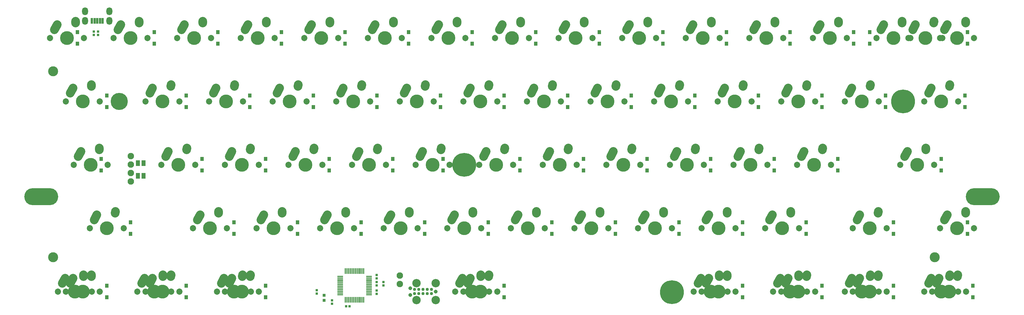
<source format=gbs>
G04 #@! TF.FileFunction,Soldermask,Bot*
%FSLAX46Y46*%
G04 Gerber Fmt 4.6, Leading zero omitted, Abs format (unit mm)*
G04 Created by KiCad (PCBNEW (2015-07-17 BZR 5958)-product) date 8/7/2015 2:15:52 AM*
%MOMM*%
G01*
G04 APERTURE LIST*
%ADD10C,0.150000*%
%ADD11C,3.000000*%
%ADD12R,0.802400X0.752400*%
%ADD13R,0.752400X0.802400*%
%ADD14R,0.949960X0.949960*%
%ADD15C,7.152640*%
%ADD16C,5.153660*%
%ADD17O,10.152380X5.153660*%
%ADD18C,0.939800*%
%ADD19C,1.143010*%
%ADD20C,2.527310*%
%ADD21C,4.140210*%
%ADD22C,1.854210*%
%ADD23C,2.652400*%
%ADD24R,1.252400X1.752400*%
%ADD25R,1.651000X0.401320*%
%ADD26R,0.401320X1.651000*%
%ADD27C,1.952400*%
%ADD28R,0.652400X1.752400*%
%ADD29O,1.802400X2.352400*%
%ADD30R,1.003300X1.153160*%
G04 APERTURE END LIST*
D10*
D11*
X67310000Y-139700000D03*
X331470000Y-139700000D03*
D12*
X164211000Y-148201000D03*
X164211000Y-147201000D03*
X166243000Y-148201000D03*
X166243000Y-147201000D03*
X164211000Y-145042000D03*
X164211000Y-146042000D03*
X164211000Y-149741000D03*
X164211000Y-150741000D03*
D13*
X156093000Y-154421000D03*
X155093000Y-154421000D03*
D12*
X146304000Y-149614000D03*
X146304000Y-150614000D03*
D14*
X148463000Y-151142700D03*
X148463000Y-152641300D03*
D15*
X190504000Y-111921000D03*
X252689000Y-150221000D03*
X321940000Y-92920800D03*
D16*
X87109300Y-92920800D03*
D17*
X63748900Y-121521000D03*
X345831000Y-121521000D03*
D18*
X178103000Y-149384000D03*
X178103000Y-150654000D03*
X176833000Y-149384000D03*
X176833000Y-150654000D03*
X175563000Y-150654000D03*
X175563000Y-149384000D03*
X179373000Y-149384000D03*
X179373000Y-150654000D03*
X180643000Y-149384000D03*
X180643000Y-150654000D03*
D19*
X181913000Y-150019000D03*
X174293000Y-149003000D03*
X174293000Y-151035000D03*
D20*
X181913000Y-147479000D03*
X176198000Y-147479000D03*
X181913000Y-152559000D03*
X176198000Y-152559000D03*
D12*
X79502000Y-71890000D03*
X79502000Y-72890000D03*
X80772000Y-71890000D03*
X80772000Y-72890000D03*
X150876000Y-152662000D03*
X150876000Y-153662000D03*
D21*
X71437500Y-73818800D03*
D22*
X66357500Y-73818800D03*
X76517500Y-73818800D03*
D23*
X68437953Y-69818846D02*
X67627047Y-71278754D01*
X73977224Y-68739472D02*
X73937776Y-69318128D01*
D21*
X90487500Y-73818800D03*
D22*
X85407500Y-73818800D03*
X95567500Y-73818800D03*
D23*
X87487953Y-69818846D02*
X86677047Y-71278754D01*
X93027224Y-68739472D02*
X92987776Y-69318128D01*
D21*
X109538000Y-73820000D03*
D22*
X104458000Y-73820000D03*
X114618000Y-73820000D03*
D23*
X106538453Y-69820046D02*
X105727547Y-71279954D01*
X112077724Y-68740672D02*
X112038276Y-69319328D01*
D21*
X128588000Y-73820000D03*
D22*
X123508000Y-73820000D03*
X133668000Y-73820000D03*
D23*
X125588453Y-69820046D02*
X124777547Y-71279954D01*
X131127724Y-68740672D02*
X131088276Y-69319328D01*
D21*
X147638000Y-73820000D03*
D22*
X142558000Y-73820000D03*
X152718000Y-73820000D03*
D23*
X144638453Y-69820046D02*
X143827547Y-71279954D01*
X150177724Y-68740672D02*
X150138276Y-69319328D01*
D21*
X166688000Y-73820000D03*
D22*
X161608000Y-73820000D03*
X171768000Y-73820000D03*
D23*
X163688453Y-69820046D02*
X162877547Y-71279954D01*
X169227724Y-68740672D02*
X169188276Y-69319328D01*
D21*
X185738000Y-73820000D03*
D22*
X180658000Y-73820000D03*
X190818000Y-73820000D03*
D23*
X182738453Y-69820046D02*
X181927547Y-71279954D01*
X188277724Y-68740672D02*
X188238276Y-69319328D01*
D21*
X204788000Y-73820000D03*
D22*
X199708000Y-73820000D03*
X209868000Y-73820000D03*
D23*
X201788453Y-69820046D02*
X200977547Y-71279954D01*
X207327724Y-68740672D02*
X207288276Y-69319328D01*
D21*
X223838000Y-73820000D03*
D22*
X218758000Y-73820000D03*
X228918000Y-73820000D03*
D23*
X220838453Y-69820046D02*
X220027547Y-71279954D01*
X226377724Y-68740672D02*
X226338276Y-69319328D01*
D21*
X242888000Y-73820000D03*
D22*
X237808000Y-73820000D03*
X247968000Y-73820000D03*
D23*
X239888453Y-69820046D02*
X239077547Y-71279954D01*
X245427724Y-68740672D02*
X245388276Y-69319328D01*
D21*
X261938000Y-73820000D03*
D22*
X256858000Y-73820000D03*
X267018000Y-73820000D03*
D23*
X258938453Y-69820046D02*
X258127547Y-71279954D01*
X264477724Y-68740672D02*
X264438276Y-69319328D01*
D21*
X280988000Y-73820000D03*
D22*
X275908000Y-73820000D03*
X286068000Y-73820000D03*
D23*
X277988453Y-69820046D02*
X277177547Y-71279954D01*
X283527724Y-68740672D02*
X283488276Y-69319328D01*
D21*
X300038000Y-73820000D03*
D22*
X294958000Y-73820000D03*
X305118000Y-73820000D03*
D23*
X297038453Y-69820046D02*
X296227547Y-71279954D01*
X302577724Y-68740672D02*
X302538276Y-69319328D01*
D21*
X319088000Y-73820000D03*
D22*
X314008000Y-73820000D03*
X324168000Y-73820000D03*
D23*
X316088453Y-69820046D02*
X315277547Y-71279954D01*
X321627724Y-68740672D02*
X321588276Y-69319328D01*
D21*
X338138000Y-73820000D03*
D22*
X333058000Y-73820000D03*
X343218000Y-73820000D03*
D23*
X335138453Y-69820046D02*
X334327547Y-71279954D01*
X340677724Y-68740672D02*
X340638276Y-69319328D01*
D21*
X76200000Y-92870000D03*
D22*
X71120000Y-92870000D03*
X81280000Y-92870000D03*
D23*
X73200453Y-88870046D02*
X72389547Y-90329954D01*
X78739724Y-87790672D02*
X78700276Y-88369328D01*
D21*
X100012000Y-92870000D03*
D22*
X94932000Y-92870000D03*
X105092000Y-92870000D03*
D23*
X97012453Y-88870046D02*
X96201547Y-90329954D01*
X102551724Y-87790672D02*
X102512276Y-88369328D01*
D21*
X119062000Y-92870000D03*
D22*
X113982000Y-92870000D03*
X124142000Y-92870000D03*
D23*
X116062453Y-88870046D02*
X115251547Y-90329954D01*
X121601724Y-87790672D02*
X121562276Y-88369328D01*
D21*
X138112000Y-92870000D03*
D22*
X133032000Y-92870000D03*
X143192000Y-92870000D03*
D23*
X135112453Y-88870046D02*
X134301547Y-90329954D01*
X140651724Y-87790672D02*
X140612276Y-88369328D01*
D21*
X157162000Y-92870000D03*
D22*
X152082000Y-92870000D03*
X162242000Y-92870000D03*
D23*
X154162453Y-88870046D02*
X153351547Y-90329954D01*
X159701724Y-87790672D02*
X159662276Y-88369328D01*
D21*
X176212000Y-92870000D03*
D22*
X171132000Y-92870000D03*
X181292000Y-92870000D03*
D23*
X173212453Y-88870046D02*
X172401547Y-90329954D01*
X178751724Y-87790672D02*
X178712276Y-88369328D01*
D21*
X195262000Y-92870000D03*
D22*
X190182000Y-92870000D03*
X200342000Y-92870000D03*
D23*
X192262453Y-88870046D02*
X191451547Y-90329954D01*
X197801724Y-87790672D02*
X197762276Y-88369328D01*
D21*
X214312000Y-92870000D03*
D22*
X209232000Y-92870000D03*
X219392000Y-92870000D03*
D23*
X211312453Y-88870046D02*
X210501547Y-90329954D01*
X216851724Y-87790672D02*
X216812276Y-88369328D01*
D21*
X233362000Y-92870000D03*
D22*
X228282000Y-92870000D03*
X238442000Y-92870000D03*
D23*
X230362453Y-88870046D02*
X229551547Y-90329954D01*
X235901724Y-87790672D02*
X235862276Y-88369328D01*
D21*
X252412000Y-92870000D03*
D22*
X247332000Y-92870000D03*
X257492000Y-92870000D03*
D23*
X249412453Y-88870046D02*
X248601547Y-90329954D01*
X254951724Y-87790672D02*
X254912276Y-88369328D01*
D21*
X271462000Y-92870000D03*
D22*
X266382000Y-92870000D03*
X276542000Y-92870000D03*
D23*
X268462453Y-88870046D02*
X267651547Y-90329954D01*
X274001724Y-87790672D02*
X273962276Y-88369328D01*
D21*
X290512000Y-92870000D03*
D22*
X285432000Y-92870000D03*
X295592000Y-92870000D03*
D23*
X287512453Y-88870046D02*
X286701547Y-90329954D01*
X293051724Y-87790672D02*
X293012276Y-88369328D01*
D21*
X309562000Y-92870000D03*
D22*
X304482000Y-92870000D03*
X314642000Y-92870000D03*
D23*
X306562453Y-88870046D02*
X305751547Y-90329954D01*
X312101724Y-87790672D02*
X312062276Y-88369328D01*
D21*
X333375000Y-92868800D03*
D22*
X328295000Y-92868800D03*
X338455000Y-92868800D03*
D23*
X330375453Y-88868846D02*
X329564547Y-90328754D01*
X335914724Y-87789472D02*
X335875276Y-88368128D01*
D21*
X78582500Y-111920000D03*
D22*
X73502500Y-111920000D03*
X83662500Y-111920000D03*
D23*
X75582953Y-107920046D02*
X74772047Y-109379954D01*
X81122224Y-106840672D02*
X81082776Y-107419328D01*
D21*
X104775000Y-111920000D03*
D22*
X99695000Y-111920000D03*
X109855000Y-111920000D03*
D23*
X101775453Y-107920046D02*
X100964547Y-109379954D01*
X107314724Y-106840672D02*
X107275276Y-107419328D01*
D21*
X123825000Y-111920000D03*
D22*
X118745000Y-111920000D03*
X128905000Y-111920000D03*
D23*
X120825453Y-107920046D02*
X120014547Y-109379954D01*
X126364724Y-106840672D02*
X126325276Y-107419328D01*
D21*
X142875000Y-111920000D03*
D22*
X137795000Y-111920000D03*
X147955000Y-111920000D03*
D23*
X139875453Y-107920046D02*
X139064547Y-109379954D01*
X145414724Y-106840672D02*
X145375276Y-107419328D01*
D21*
X161925000Y-111920000D03*
D22*
X156845000Y-111920000D03*
X167005000Y-111920000D03*
D23*
X158925453Y-107920046D02*
X158114547Y-109379954D01*
X164464724Y-106840672D02*
X164425276Y-107419328D01*
D21*
X180975000Y-111920000D03*
D22*
X175895000Y-111920000D03*
X186055000Y-111920000D03*
D23*
X177975453Y-107920046D02*
X177164547Y-109379954D01*
X183514724Y-106840672D02*
X183475276Y-107419328D01*
D21*
X200025000Y-111920000D03*
D22*
X194945000Y-111920000D03*
X205105000Y-111920000D03*
D23*
X197025453Y-107920046D02*
X196214547Y-109379954D01*
X202564724Y-106840672D02*
X202525276Y-107419328D01*
D21*
X219075000Y-111920000D03*
D22*
X213995000Y-111920000D03*
X224155000Y-111920000D03*
D23*
X216075453Y-107920046D02*
X215264547Y-109379954D01*
X221614724Y-106840672D02*
X221575276Y-107419328D01*
D21*
X238125000Y-111920000D03*
D22*
X233045000Y-111920000D03*
X243205000Y-111920000D03*
D23*
X235125453Y-107920046D02*
X234314547Y-109379954D01*
X240664724Y-106840672D02*
X240625276Y-107419328D01*
D21*
X257175000Y-111920000D03*
D22*
X252095000Y-111920000D03*
X262255000Y-111920000D03*
D23*
X254175453Y-107920046D02*
X253364547Y-109379954D01*
X259714724Y-106840672D02*
X259675276Y-107419328D01*
D21*
X276225000Y-111920000D03*
D22*
X271145000Y-111920000D03*
X281305000Y-111920000D03*
D23*
X273225453Y-107920046D02*
X272414547Y-109379954D01*
X278764724Y-106840672D02*
X278725276Y-107419328D01*
D21*
X295275000Y-111920000D03*
D22*
X290195000Y-111920000D03*
X300355000Y-111920000D03*
D23*
X292275453Y-107920046D02*
X291464547Y-109379954D01*
X297814724Y-106840672D02*
X297775276Y-107419328D01*
D21*
X326231000Y-111919000D03*
D22*
X321151000Y-111919000D03*
X331311000Y-111919000D03*
D23*
X323231453Y-107919046D02*
X322420547Y-109378954D01*
X328770724Y-106839672D02*
X328731276Y-107418328D01*
D21*
X83343800Y-130969000D03*
D22*
X78263800Y-130969000D03*
X88423800Y-130969000D03*
D23*
X80344253Y-126969046D02*
X79533347Y-128428954D01*
X85883524Y-125889672D02*
X85844076Y-126468328D01*
D21*
X114300000Y-130970000D03*
D22*
X109220000Y-130970000D03*
X119380000Y-130970000D03*
D23*
X111300453Y-126970046D02*
X110489547Y-128429954D01*
X116839724Y-125890672D02*
X116800276Y-126469328D01*
D21*
X133350000Y-130970000D03*
D22*
X128270000Y-130970000D03*
X138430000Y-130970000D03*
D23*
X130350453Y-126970046D02*
X129539547Y-128429954D01*
X135889724Y-125890672D02*
X135850276Y-126469328D01*
D21*
X152400000Y-130970000D03*
D22*
X147320000Y-130970000D03*
X157480000Y-130970000D03*
D23*
X149400453Y-126970046D02*
X148589547Y-128429954D01*
X154939724Y-125890672D02*
X154900276Y-126469328D01*
D21*
X171450000Y-130970000D03*
D22*
X166370000Y-130970000D03*
X176530000Y-130970000D03*
D23*
X168450453Y-126970046D02*
X167639547Y-128429954D01*
X173989724Y-125890672D02*
X173950276Y-126469328D01*
D21*
X190500000Y-130970000D03*
D22*
X185420000Y-130970000D03*
X195580000Y-130970000D03*
D23*
X187500453Y-126970046D02*
X186689547Y-128429954D01*
X193039724Y-125890672D02*
X193000276Y-126469328D01*
D21*
X209550000Y-130970000D03*
D22*
X204470000Y-130970000D03*
X214630000Y-130970000D03*
D23*
X206550453Y-126970046D02*
X205739547Y-128429954D01*
X212089724Y-125890672D02*
X212050276Y-126469328D01*
D21*
X228600000Y-130970000D03*
D22*
X223520000Y-130970000D03*
X233680000Y-130970000D03*
D23*
X225600453Y-126970046D02*
X224789547Y-128429954D01*
X231139724Y-125890672D02*
X231100276Y-126469328D01*
D21*
X247650000Y-130970000D03*
D22*
X242570000Y-130970000D03*
X252730000Y-130970000D03*
D23*
X244650453Y-126970046D02*
X243839547Y-128429954D01*
X250189724Y-125890672D02*
X250150276Y-126469328D01*
D21*
X266700000Y-130970000D03*
D22*
X261620000Y-130970000D03*
X271780000Y-130970000D03*
D23*
X263700453Y-126970046D02*
X262889547Y-128429954D01*
X269239724Y-125890672D02*
X269200276Y-126469328D01*
D21*
X285750000Y-130970000D03*
D22*
X280670000Y-130970000D03*
X290830000Y-130970000D03*
D23*
X282750453Y-126970046D02*
X281939547Y-128429954D01*
X288289724Y-125890672D02*
X288250276Y-126469328D01*
D21*
X311944000Y-130969000D03*
D22*
X306864000Y-130969000D03*
X317024000Y-130969000D03*
D23*
X308944453Y-126969046D02*
X308133547Y-128428954D01*
X314483724Y-125889672D02*
X314444276Y-126468328D01*
D21*
X338138000Y-130969000D03*
D22*
X333058000Y-130969000D03*
X343218000Y-130969000D03*
D23*
X335138453Y-126969046D02*
X334327547Y-128428954D01*
X340677724Y-125889672D02*
X340638276Y-126468328D01*
D21*
X76200000Y-150019000D03*
D22*
X71120000Y-150019000D03*
X81280000Y-150019000D03*
D23*
X73200453Y-146019046D02*
X72389547Y-147478954D01*
X78739724Y-144939672D02*
X78700276Y-145518328D01*
D21*
X100012000Y-150019000D03*
D22*
X94932000Y-150019000D03*
X105092000Y-150019000D03*
D23*
X97012453Y-146019046D02*
X96201547Y-147478954D01*
X102551724Y-144939672D02*
X102512276Y-145518328D01*
D21*
X123824000Y-150019000D03*
D22*
X118744000Y-150019000D03*
X128904000Y-150019000D03*
D23*
X120824453Y-146019046D02*
X120013547Y-147478954D01*
X126363724Y-144939672D02*
X126324276Y-145518328D01*
D21*
X195262000Y-150019000D03*
D22*
X190182000Y-150019000D03*
X200342000Y-150019000D03*
D23*
X192262453Y-146019046D02*
X191451547Y-147478954D01*
X197801724Y-144939672D02*
X197762276Y-145518328D01*
D21*
X266700000Y-150019000D03*
D22*
X261620000Y-150019000D03*
X271780000Y-150019000D03*
D23*
X263700453Y-146019046D02*
X262889547Y-147478954D01*
X269239724Y-144939672D02*
X269200276Y-145518328D01*
D21*
X290512000Y-150019000D03*
D22*
X285432000Y-150019000D03*
X295592000Y-150019000D03*
D23*
X287512453Y-146019046D02*
X286701547Y-147478954D01*
X293051724Y-144939672D02*
X293012276Y-145518328D01*
D21*
X309562000Y-150019000D03*
D22*
X304482000Y-150019000D03*
X314642000Y-150019000D03*
D23*
X306562453Y-146019046D02*
X305751547Y-147478954D01*
X312101724Y-144939672D02*
X312062276Y-145518328D01*
D21*
X333375000Y-150019000D03*
D22*
X328295000Y-150019000D03*
X338455000Y-150019000D03*
D23*
X330375453Y-146019046D02*
X329564547Y-147478954D01*
X335914724Y-144939672D02*
X335875276Y-145518328D01*
D24*
X94409300Y-115248000D03*
X92708400Y-115248000D03*
X94409300Y-111448000D03*
X92707500Y-111448000D03*
D21*
X73831400Y-150019000D03*
D22*
X68751400Y-150019000D03*
X78911400Y-150019000D03*
D23*
X70831853Y-146019046D02*
X70020947Y-147478954D01*
X76371124Y-144939672D02*
X76331676Y-145518328D01*
D21*
X97631200Y-150019000D03*
D22*
X92551200Y-150019000D03*
X102711200Y-150019000D03*
D23*
X94631653Y-146019046D02*
X93820747Y-147478954D01*
X100170924Y-144939672D02*
X100131476Y-145518328D01*
D21*
X121444000Y-150019000D03*
D22*
X116364000Y-150019000D03*
X126524000Y-150019000D03*
D23*
X118444453Y-146019046D02*
X117633547Y-147478954D01*
X123983724Y-144939672D02*
X123944276Y-145518328D01*
D21*
X192875000Y-150019000D03*
D22*
X187795000Y-150019000D03*
X197955000Y-150019000D03*
D23*
X189875453Y-146019046D02*
X189064547Y-147478954D01*
X195414724Y-144939672D02*
X195375276Y-145518328D01*
D21*
X264306000Y-150019000D03*
D22*
X259226000Y-150019000D03*
X269386000Y-150019000D03*
D23*
X261306453Y-146019046D02*
X260495547Y-147478954D01*
X266845724Y-144939672D02*
X266806276Y-145518328D01*
D21*
X288119000Y-150019000D03*
D22*
X283039000Y-150019000D03*
X293199000Y-150019000D03*
D23*
X285119453Y-146019046D02*
X284308547Y-147478954D01*
X290658724Y-144939672D02*
X290619276Y-145518328D01*
D21*
X311931000Y-150019000D03*
D22*
X306851000Y-150019000D03*
X317011000Y-150019000D03*
D23*
X308931453Y-146019046D02*
X308120547Y-147478954D01*
X314470724Y-144939672D02*
X314431276Y-145518328D01*
D21*
X335744000Y-150019000D03*
D22*
X330664000Y-150019000D03*
X340824000Y-150019000D03*
D23*
X332744453Y-146019046D02*
X331933547Y-147478954D01*
X338283724Y-144939672D02*
X338244276Y-145518328D01*
D25*
X161904680Y-145460720D03*
X161904680Y-145961100D03*
X161904680Y-146461480D03*
X161904680Y-146959320D03*
X161904680Y-147459700D03*
X161904680Y-147960080D03*
X161904680Y-148457920D03*
X161904680Y-148958300D03*
X161904680Y-149458680D03*
X161904680Y-149956520D03*
X161904680Y-150456900D03*
X161904680Y-150957280D03*
D26*
X160355280Y-152506680D03*
X159854900Y-152506680D03*
X159354520Y-152506680D03*
X158856680Y-152506680D03*
X158356300Y-152506680D03*
X157855920Y-152506680D03*
X157358080Y-152506680D03*
X156857700Y-152506680D03*
X156357320Y-152506680D03*
X155859480Y-152506680D03*
X155359100Y-152506680D03*
X154858720Y-152506680D03*
D25*
X153309320Y-150957280D03*
X153309320Y-150456900D03*
X153309320Y-149956520D03*
X153309320Y-149458680D03*
X153309320Y-148958300D03*
X153309320Y-148457920D03*
X153309320Y-147960080D03*
X153309320Y-147459700D03*
X153309320Y-146959320D03*
X153309320Y-146461480D03*
X153309320Y-145961100D03*
X153309320Y-145460720D03*
D26*
X154858720Y-143911320D03*
X155359100Y-143911320D03*
X155859480Y-143911320D03*
X156357320Y-143911320D03*
X156857700Y-143911320D03*
X157358080Y-143911320D03*
X157855920Y-143911320D03*
X158356300Y-143911320D03*
X158856680Y-143911320D03*
X159354520Y-143911320D03*
X159854900Y-143911320D03*
X160355280Y-143911320D03*
D27*
X171186000Y-147734000D03*
X171186000Y-145194000D03*
D11*
X67310000Y-83820000D03*
D27*
X90606900Y-109365000D03*
X90606900Y-111905000D03*
X90606900Y-114445000D03*
X90606900Y-116985000D03*
D28*
X80510000Y-68720000D03*
X78910000Y-68720000D03*
X79710000Y-68720000D03*
X81310000Y-68720000D03*
X82110000Y-68720000D03*
D29*
X76860000Y-68720000D03*
X84160000Y-68720000D03*
X84160000Y-65820000D03*
X76860000Y-65820000D03*
D21*
X328613000Y-73820000D03*
D22*
X323533000Y-73820000D03*
X333693000Y-73820000D03*
D23*
X325613453Y-69820046D02*
X324802547Y-71279954D01*
X331152724Y-68740672D02*
X331113276Y-69319328D01*
D30*
X74549000Y-75571400D03*
X74549000Y-72071280D03*
X97631200Y-75571400D03*
X97631200Y-72071280D03*
X116681000Y-75571400D03*
X116681000Y-72071280D03*
X135731000Y-75571400D03*
X135731000Y-72071280D03*
X154781000Y-75571400D03*
X154781000Y-72071280D03*
X173831000Y-75571400D03*
X173831000Y-72071280D03*
X192881000Y-75571400D03*
X192881000Y-72071280D03*
X211931000Y-75571400D03*
X211931000Y-72071280D03*
X230981000Y-75571400D03*
X230981000Y-72071280D03*
X250031000Y-75571400D03*
X250031000Y-72071280D03*
X269081000Y-75571400D03*
X269081000Y-72071280D03*
X288131000Y-75571400D03*
X288131000Y-72071280D03*
X307181000Y-75571400D03*
X307181000Y-72071280D03*
X311944000Y-75572600D03*
X311944000Y-72072480D03*
X341250000Y-75572600D03*
X341250000Y-72072480D03*
X83343800Y-94621400D03*
X83343800Y-91121280D03*
X107156000Y-94621400D03*
X107156000Y-91121280D03*
X126206000Y-94621400D03*
X126206000Y-91121280D03*
X145256000Y-94621400D03*
X145256000Y-91121280D03*
X164306000Y-94621400D03*
X164306000Y-91121280D03*
X183356000Y-94621400D03*
X183356000Y-91121280D03*
X202406000Y-94621400D03*
X202406000Y-91121280D03*
X221456000Y-94621400D03*
X221456000Y-91121280D03*
X240506000Y-94621400D03*
X240506000Y-91121280D03*
X259556000Y-94621400D03*
X259556000Y-91121280D03*
X278606000Y-94621400D03*
X278606000Y-91121280D03*
X297656000Y-94621400D03*
X297656000Y-91121280D03*
X316706000Y-94621400D03*
X316706000Y-91121280D03*
X340519000Y-94621400D03*
X340519000Y-91121280D03*
X81694000Y-113672600D03*
X81694000Y-110172480D03*
X111919000Y-113671600D03*
X111919000Y-110171480D03*
X130969000Y-113671600D03*
X130969000Y-110171480D03*
X150019000Y-113671600D03*
X150019000Y-110171480D03*
X169069000Y-113671600D03*
X169069000Y-110171480D03*
X184086000Y-113672600D03*
X184086000Y-110172480D03*
X207169000Y-113671600D03*
X207169000Y-110171480D03*
X226219000Y-113671600D03*
X226219000Y-110171480D03*
X245269000Y-113671600D03*
X245269000Y-110171480D03*
X264319000Y-113671600D03*
X264319000Y-110171480D03*
X283369000Y-113671600D03*
X283369000Y-110171480D03*
X302419000Y-113671600D03*
X302419000Y-110171480D03*
X333375000Y-113671600D03*
X333375000Y-110171480D03*
X90487500Y-132721600D03*
X90487500Y-129221480D03*
X121444000Y-132721600D03*
X121444000Y-129221480D03*
X140494000Y-132721600D03*
X140494000Y-129221480D03*
X159544000Y-132721600D03*
X159544000Y-129221480D03*
X178594000Y-132721600D03*
X178594000Y-129221480D03*
X197644000Y-132721600D03*
X197644000Y-129221480D03*
X216694000Y-132721600D03*
X216694000Y-129221480D03*
X235744000Y-132721600D03*
X235744000Y-129221480D03*
X254794000Y-132721600D03*
X254794000Y-129221480D03*
X273844000Y-132721600D03*
X273844000Y-129221480D03*
X292894000Y-132721600D03*
X292894000Y-129221480D03*
X319088000Y-132721600D03*
X319088000Y-129221480D03*
X341250000Y-132721600D03*
X341250000Y-129221480D03*
X83345500Y-151774600D03*
X83345500Y-148274480D03*
X107158000Y-151774600D03*
X107158000Y-148274480D03*
X130972000Y-151774600D03*
X130972000Y-148274480D03*
X202410000Y-151774600D03*
X202410000Y-148274480D03*
X273850000Y-151774600D03*
X273850000Y-148274480D03*
X297662000Y-151774600D03*
X297662000Y-148274480D03*
X319094000Y-151774600D03*
X319094000Y-148274480D03*
X342907000Y-151774600D03*
X342907000Y-148274480D03*
M02*

</source>
